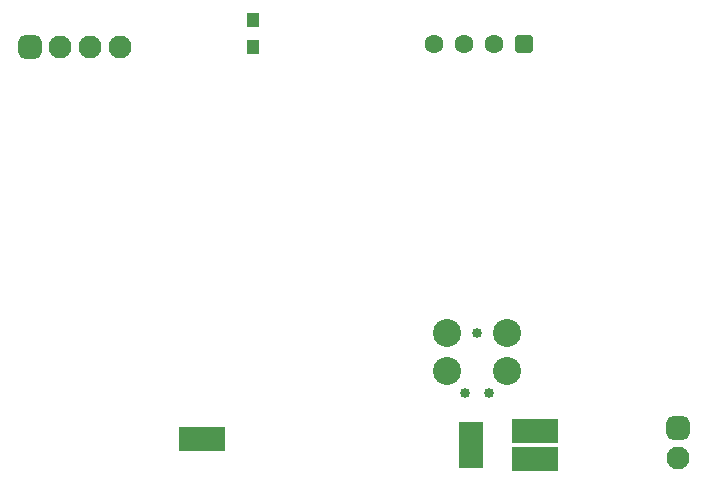
<source format=gbr>
%TF.GenerationSoftware,Altium Limited,Altium Designer,23.6.0 (18)*%
G04 Layer_Color=8388736*
%FSLAX43Y43*%
%MOMM*%
%TF.SameCoordinates,6C6526E1-C053-4265-BDC0-CB623CBAD704*%
%TF.FilePolarity,Negative*%
%TF.FileFunction,Soldermask,Top*%
%TF.Part,Single*%
G01*
G75*
%TA.AperFunction,SMDPad,CuDef*%
%ADD10R,4.000X2.100*%
%ADD11R,2.100X4.000*%
G04:AMPARAMS|DCode=12|XSize=1.25mm|YSize=1.1mm|CornerRadius=0.275mm|HoleSize=0mm|Usage=FLASHONLY|Rotation=270.000|XOffset=0mm|YOffset=0mm|HoleType=Round|Shape=RoundedRectangle|*
%AMROUNDEDRECTD12*
21,1,1.250,0.550,0,0,270.0*
21,1,0.700,1.100,0,0,270.0*
1,1,0.550,-0.275,-0.350*
1,1,0.550,-0.275,0.350*
1,1,0.550,0.275,0.350*
1,1,0.550,0.275,-0.350*
%
%ADD12ROUNDEDRECTD12*%
%TA.AperFunction,ComponentPad*%
G04:AMPARAMS|DCode=15|XSize=1.95mm|YSize=1.95mm|CornerRadius=0.488mm|HoleSize=0mm|Usage=FLASHONLY|Rotation=270.000|XOffset=0mm|YOffset=0mm|HoleType=Round|Shape=RoundedRectangle|*
%AMROUNDEDRECTD15*
21,1,1.950,0.975,0,0,270.0*
21,1,0.975,1.950,0,0,270.0*
1,1,0.975,-0.488,-0.488*
1,1,0.975,-0.488,0.488*
1,1,0.975,0.488,0.488*
1,1,0.975,0.488,-0.488*
%
%ADD15ROUNDEDRECTD15*%
%ADD16C,1.950*%
%ADD17C,0.850*%
%ADD18C,2.375*%
G04:AMPARAMS|DCode=19|XSize=1.95mm|YSize=1.95mm|CornerRadius=0.488mm|HoleSize=0mm|Usage=FLASHONLY|Rotation=0.000|XOffset=0mm|YOffset=0mm|HoleType=Round|Shape=RoundedRectangle|*
%AMROUNDEDRECTD19*
21,1,1.950,0.975,0,0,0.0*
21,1,0.975,1.950,0,0,0.0*
1,1,0.975,0.488,-0.488*
1,1,0.975,-0.488,-0.488*
1,1,0.975,-0.488,0.488*
1,1,0.975,0.488,0.488*
%
%ADD19ROUNDEDRECTD19*%
%ADD20C,1.600*%
G04:AMPARAMS|DCode=21|XSize=1.6mm|YSize=1.6mm|CornerRadius=0.4mm|HoleSize=0mm|Usage=FLASHONLY|Rotation=180.000|XOffset=0mm|YOffset=0mm|HoleType=Round|Shape=RoundedRectangle|*
%AMROUNDEDRECTD21*
21,1,1.600,0.800,0,0,180.0*
21,1,0.800,1.600,0,0,180.0*
1,1,0.800,-0.400,0.400*
1,1,0.800,0.400,0.400*
1,1,0.800,0.400,-0.400*
1,1,0.800,-0.400,-0.400*
%
%ADD21ROUNDEDRECTD21*%
D10*
X44772Y4445D02*
D03*
Y6858D02*
D03*
X16525Y6175D02*
D03*
D11*
X39350Y5600D02*
D03*
D12*
X20900Y41650D02*
D03*
Y39300D02*
D03*
D15*
X56850Y7090D02*
D03*
D16*
Y4550D02*
D03*
X9595Y39300D02*
D03*
X4515D02*
D03*
X7055D02*
D03*
D17*
X40894Y10033D02*
D03*
X38862D02*
D03*
X39878Y15113D02*
D03*
D18*
X37338D02*
D03*
Y11938D02*
D03*
X42418D02*
D03*
Y15113D02*
D03*
D19*
X1975Y39300D02*
D03*
D20*
X41245Y39625D02*
D03*
X38705D02*
D03*
X36165D02*
D03*
D21*
X43785D02*
D03*
%TF.MD5,9f7a52a0e735086404bea4853b3cfe4c*%
M02*

</source>
